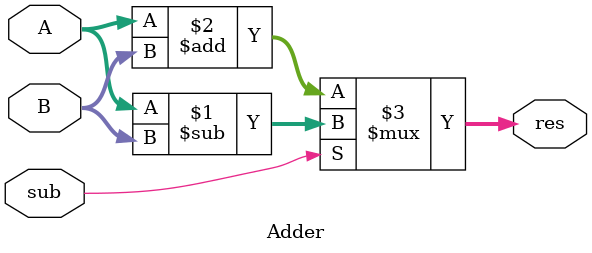
<source format=v>
module Adder #(parameter SIZE = 8) (
    input [(SIZE-1):0] A, B,
    input sub,
    output [(SIZE-1):0] res
);

    assign res = sub ? (A - B) : (A + B);
    
endmodule
</source>
